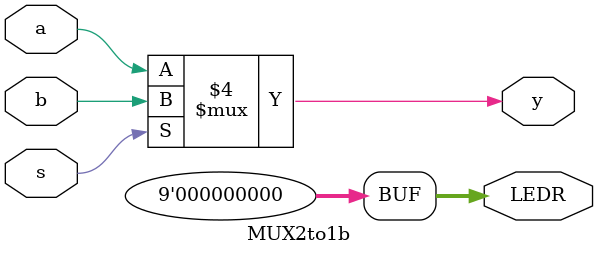
<source format=v>
module MUX2to1b(
	input wire a,								// set a as an input
	input wire b,								// set b as an input
	input wire s,								// set s as an input
	output reg y,								// set y as an output register
	output [9:1] LEDR							// set LEDR as output for unused LEDs
);

	always @(*)									// always check the state of these things under this statement
		if(s == 0)
			 y = a;								// if s is 0 set y to a
		else 
			 y = b;								// if s is not 0 set y to b
			 
assign LEDR [9:1] = 8'b00000000;			// assign unused LEDs to low
			
endmodule
</source>
